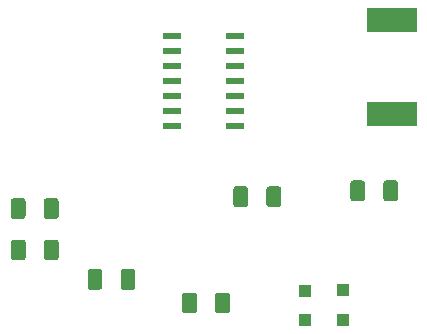
<source format=gbr>
G04 #@! TF.GenerationSoftware,KiCad,Pcbnew,(5.0.2)-1*
G04 #@! TF.CreationDate,2019-02-13T20:53:48-05:00*
G04 #@! TF.ProjectId,megadesk,6d656761-6465-4736-9b2e-6b696361645f,rev?*
G04 #@! TF.SameCoordinates,Original*
G04 #@! TF.FileFunction,Paste,Bot*
G04 #@! TF.FilePolarity,Positive*
%FSLAX46Y46*%
G04 Gerber Fmt 4.6, Leading zero omitted, Abs format (unit mm)*
G04 Created by KiCad (PCBNEW (5.0.2)-1) date 2/13/2019 8:53:48 PM*
%MOMM*%
%LPD*%
G01*
G04 APERTURE LIST*
%ADD10R,1.500000X0.600000*%
%ADD11R,1.000000X1.000000*%
%ADD12R,4.200000X2.000000*%
%ADD13C,0.100000*%
%ADD14C,1.250000*%
G04 APERTURE END LIST*
D10*
G04 #@! TO.C,U3*
X115800000Y-117600000D03*
X115800000Y-116330000D03*
X115800000Y-115060000D03*
X115800000Y-113790000D03*
X115800000Y-112520000D03*
X115800000Y-111250000D03*
X115800000Y-109980000D03*
X121200000Y-109980000D03*
X121200000Y-111250000D03*
X121200000Y-112520000D03*
X121200000Y-113790000D03*
X121200000Y-115060000D03*
X121200000Y-116330000D03*
X121200000Y-117600000D03*
G04 #@! TD*
D11*
G04 #@! TO.C,D2*
X130300000Y-134000000D03*
X130300000Y-131500000D03*
G04 #@! TD*
G04 #@! TO.C,D1*
X127100000Y-131550000D03*
X127100000Y-134050000D03*
G04 #@! TD*
D12*
G04 #@! TO.C,BZ1*
X134450000Y-108600000D03*
X134450000Y-116600000D03*
G04 #@! TD*
D13*
G04 #@! TO.C,C1*
G36*
X122049504Y-122726204D02*
X122073773Y-122729804D01*
X122097571Y-122735765D01*
X122120671Y-122744030D01*
X122142849Y-122754520D01*
X122163893Y-122767133D01*
X122183598Y-122781747D01*
X122201777Y-122798223D01*
X122218253Y-122816402D01*
X122232867Y-122836107D01*
X122245480Y-122857151D01*
X122255970Y-122879329D01*
X122264235Y-122902429D01*
X122270196Y-122926227D01*
X122273796Y-122950496D01*
X122275000Y-122975000D01*
X122275000Y-124225000D01*
X122273796Y-124249504D01*
X122270196Y-124273773D01*
X122264235Y-124297571D01*
X122255970Y-124320671D01*
X122245480Y-124342849D01*
X122232867Y-124363893D01*
X122218253Y-124383598D01*
X122201777Y-124401777D01*
X122183598Y-124418253D01*
X122163893Y-124432867D01*
X122142849Y-124445480D01*
X122120671Y-124455970D01*
X122097571Y-124464235D01*
X122073773Y-124470196D01*
X122049504Y-124473796D01*
X122025000Y-124475000D01*
X121275000Y-124475000D01*
X121250496Y-124473796D01*
X121226227Y-124470196D01*
X121202429Y-124464235D01*
X121179329Y-124455970D01*
X121157151Y-124445480D01*
X121136107Y-124432867D01*
X121116402Y-124418253D01*
X121098223Y-124401777D01*
X121081747Y-124383598D01*
X121067133Y-124363893D01*
X121054520Y-124342849D01*
X121044030Y-124320671D01*
X121035765Y-124297571D01*
X121029804Y-124273773D01*
X121026204Y-124249504D01*
X121025000Y-124225000D01*
X121025000Y-122975000D01*
X121026204Y-122950496D01*
X121029804Y-122926227D01*
X121035765Y-122902429D01*
X121044030Y-122879329D01*
X121054520Y-122857151D01*
X121067133Y-122836107D01*
X121081747Y-122816402D01*
X121098223Y-122798223D01*
X121116402Y-122781747D01*
X121136107Y-122767133D01*
X121157151Y-122754520D01*
X121179329Y-122744030D01*
X121202429Y-122735765D01*
X121226227Y-122729804D01*
X121250496Y-122726204D01*
X121275000Y-122725000D01*
X122025000Y-122725000D01*
X122049504Y-122726204D01*
X122049504Y-122726204D01*
G37*
D14*
X121650000Y-123600000D03*
D13*
G36*
X124849504Y-122726204D02*
X124873773Y-122729804D01*
X124897571Y-122735765D01*
X124920671Y-122744030D01*
X124942849Y-122754520D01*
X124963893Y-122767133D01*
X124983598Y-122781747D01*
X125001777Y-122798223D01*
X125018253Y-122816402D01*
X125032867Y-122836107D01*
X125045480Y-122857151D01*
X125055970Y-122879329D01*
X125064235Y-122902429D01*
X125070196Y-122926227D01*
X125073796Y-122950496D01*
X125075000Y-122975000D01*
X125075000Y-124225000D01*
X125073796Y-124249504D01*
X125070196Y-124273773D01*
X125064235Y-124297571D01*
X125055970Y-124320671D01*
X125045480Y-124342849D01*
X125032867Y-124363893D01*
X125018253Y-124383598D01*
X125001777Y-124401777D01*
X124983598Y-124418253D01*
X124963893Y-124432867D01*
X124942849Y-124445480D01*
X124920671Y-124455970D01*
X124897571Y-124464235D01*
X124873773Y-124470196D01*
X124849504Y-124473796D01*
X124825000Y-124475000D01*
X124075000Y-124475000D01*
X124050496Y-124473796D01*
X124026227Y-124470196D01*
X124002429Y-124464235D01*
X123979329Y-124455970D01*
X123957151Y-124445480D01*
X123936107Y-124432867D01*
X123916402Y-124418253D01*
X123898223Y-124401777D01*
X123881747Y-124383598D01*
X123867133Y-124363893D01*
X123854520Y-124342849D01*
X123844030Y-124320671D01*
X123835765Y-124297571D01*
X123829804Y-124273773D01*
X123826204Y-124249504D01*
X123825000Y-124225000D01*
X123825000Y-122975000D01*
X123826204Y-122950496D01*
X123829804Y-122926227D01*
X123835765Y-122902429D01*
X123844030Y-122879329D01*
X123854520Y-122857151D01*
X123867133Y-122836107D01*
X123881747Y-122816402D01*
X123898223Y-122798223D01*
X123916402Y-122781747D01*
X123936107Y-122767133D01*
X123957151Y-122754520D01*
X123979329Y-122744030D01*
X124002429Y-122735765D01*
X124026227Y-122729804D01*
X124050496Y-122726204D01*
X124075000Y-122725000D01*
X124825000Y-122725000D01*
X124849504Y-122726204D01*
X124849504Y-122726204D01*
G37*
D14*
X124450000Y-123600000D03*
G04 #@! TD*
D13*
G04 #@! TO.C,C6*
G36*
X117699504Y-131726204D02*
X117723773Y-131729804D01*
X117747571Y-131735765D01*
X117770671Y-131744030D01*
X117792849Y-131754520D01*
X117813893Y-131767133D01*
X117833598Y-131781747D01*
X117851777Y-131798223D01*
X117868253Y-131816402D01*
X117882867Y-131836107D01*
X117895480Y-131857151D01*
X117905970Y-131879329D01*
X117914235Y-131902429D01*
X117920196Y-131926227D01*
X117923796Y-131950496D01*
X117925000Y-131975000D01*
X117925000Y-133225000D01*
X117923796Y-133249504D01*
X117920196Y-133273773D01*
X117914235Y-133297571D01*
X117905970Y-133320671D01*
X117895480Y-133342849D01*
X117882867Y-133363893D01*
X117868253Y-133383598D01*
X117851777Y-133401777D01*
X117833598Y-133418253D01*
X117813893Y-133432867D01*
X117792849Y-133445480D01*
X117770671Y-133455970D01*
X117747571Y-133464235D01*
X117723773Y-133470196D01*
X117699504Y-133473796D01*
X117675000Y-133475000D01*
X116925000Y-133475000D01*
X116900496Y-133473796D01*
X116876227Y-133470196D01*
X116852429Y-133464235D01*
X116829329Y-133455970D01*
X116807151Y-133445480D01*
X116786107Y-133432867D01*
X116766402Y-133418253D01*
X116748223Y-133401777D01*
X116731747Y-133383598D01*
X116717133Y-133363893D01*
X116704520Y-133342849D01*
X116694030Y-133320671D01*
X116685765Y-133297571D01*
X116679804Y-133273773D01*
X116676204Y-133249504D01*
X116675000Y-133225000D01*
X116675000Y-131975000D01*
X116676204Y-131950496D01*
X116679804Y-131926227D01*
X116685765Y-131902429D01*
X116694030Y-131879329D01*
X116704520Y-131857151D01*
X116717133Y-131836107D01*
X116731747Y-131816402D01*
X116748223Y-131798223D01*
X116766402Y-131781747D01*
X116786107Y-131767133D01*
X116807151Y-131754520D01*
X116829329Y-131744030D01*
X116852429Y-131735765D01*
X116876227Y-131729804D01*
X116900496Y-131726204D01*
X116925000Y-131725000D01*
X117675000Y-131725000D01*
X117699504Y-131726204D01*
X117699504Y-131726204D01*
G37*
D14*
X117300000Y-132600000D03*
D13*
G36*
X120499504Y-131726204D02*
X120523773Y-131729804D01*
X120547571Y-131735765D01*
X120570671Y-131744030D01*
X120592849Y-131754520D01*
X120613893Y-131767133D01*
X120633598Y-131781747D01*
X120651777Y-131798223D01*
X120668253Y-131816402D01*
X120682867Y-131836107D01*
X120695480Y-131857151D01*
X120705970Y-131879329D01*
X120714235Y-131902429D01*
X120720196Y-131926227D01*
X120723796Y-131950496D01*
X120725000Y-131975000D01*
X120725000Y-133225000D01*
X120723796Y-133249504D01*
X120720196Y-133273773D01*
X120714235Y-133297571D01*
X120705970Y-133320671D01*
X120695480Y-133342849D01*
X120682867Y-133363893D01*
X120668253Y-133383598D01*
X120651777Y-133401777D01*
X120633598Y-133418253D01*
X120613893Y-133432867D01*
X120592849Y-133445480D01*
X120570671Y-133455970D01*
X120547571Y-133464235D01*
X120523773Y-133470196D01*
X120499504Y-133473796D01*
X120475000Y-133475000D01*
X119725000Y-133475000D01*
X119700496Y-133473796D01*
X119676227Y-133470196D01*
X119652429Y-133464235D01*
X119629329Y-133455970D01*
X119607151Y-133445480D01*
X119586107Y-133432867D01*
X119566402Y-133418253D01*
X119548223Y-133401777D01*
X119531747Y-133383598D01*
X119517133Y-133363893D01*
X119504520Y-133342849D01*
X119494030Y-133320671D01*
X119485765Y-133297571D01*
X119479804Y-133273773D01*
X119476204Y-133249504D01*
X119475000Y-133225000D01*
X119475000Y-131975000D01*
X119476204Y-131950496D01*
X119479804Y-131926227D01*
X119485765Y-131902429D01*
X119494030Y-131879329D01*
X119504520Y-131857151D01*
X119517133Y-131836107D01*
X119531747Y-131816402D01*
X119548223Y-131798223D01*
X119566402Y-131781747D01*
X119586107Y-131767133D01*
X119607151Y-131754520D01*
X119629329Y-131744030D01*
X119652429Y-131735765D01*
X119676227Y-131729804D01*
X119700496Y-131726204D01*
X119725000Y-131725000D01*
X120475000Y-131725000D01*
X120499504Y-131726204D01*
X120499504Y-131726204D01*
G37*
D14*
X120100000Y-132600000D03*
G04 #@! TD*
D13*
G04 #@! TO.C,R1*
G36*
X134749504Y-122226204D02*
X134773773Y-122229804D01*
X134797571Y-122235765D01*
X134820671Y-122244030D01*
X134842849Y-122254520D01*
X134863893Y-122267133D01*
X134883598Y-122281747D01*
X134901777Y-122298223D01*
X134918253Y-122316402D01*
X134932867Y-122336107D01*
X134945480Y-122357151D01*
X134955970Y-122379329D01*
X134964235Y-122402429D01*
X134970196Y-122426227D01*
X134973796Y-122450496D01*
X134975000Y-122475000D01*
X134975000Y-123725000D01*
X134973796Y-123749504D01*
X134970196Y-123773773D01*
X134964235Y-123797571D01*
X134955970Y-123820671D01*
X134945480Y-123842849D01*
X134932867Y-123863893D01*
X134918253Y-123883598D01*
X134901777Y-123901777D01*
X134883598Y-123918253D01*
X134863893Y-123932867D01*
X134842849Y-123945480D01*
X134820671Y-123955970D01*
X134797571Y-123964235D01*
X134773773Y-123970196D01*
X134749504Y-123973796D01*
X134725000Y-123975000D01*
X133975000Y-123975000D01*
X133950496Y-123973796D01*
X133926227Y-123970196D01*
X133902429Y-123964235D01*
X133879329Y-123955970D01*
X133857151Y-123945480D01*
X133836107Y-123932867D01*
X133816402Y-123918253D01*
X133798223Y-123901777D01*
X133781747Y-123883598D01*
X133767133Y-123863893D01*
X133754520Y-123842849D01*
X133744030Y-123820671D01*
X133735765Y-123797571D01*
X133729804Y-123773773D01*
X133726204Y-123749504D01*
X133725000Y-123725000D01*
X133725000Y-122475000D01*
X133726204Y-122450496D01*
X133729804Y-122426227D01*
X133735765Y-122402429D01*
X133744030Y-122379329D01*
X133754520Y-122357151D01*
X133767133Y-122336107D01*
X133781747Y-122316402D01*
X133798223Y-122298223D01*
X133816402Y-122281747D01*
X133836107Y-122267133D01*
X133857151Y-122254520D01*
X133879329Y-122244030D01*
X133902429Y-122235765D01*
X133926227Y-122229804D01*
X133950496Y-122226204D01*
X133975000Y-122225000D01*
X134725000Y-122225000D01*
X134749504Y-122226204D01*
X134749504Y-122226204D01*
G37*
D14*
X134350000Y-123100000D03*
D13*
G36*
X131949504Y-122226204D02*
X131973773Y-122229804D01*
X131997571Y-122235765D01*
X132020671Y-122244030D01*
X132042849Y-122254520D01*
X132063893Y-122267133D01*
X132083598Y-122281747D01*
X132101777Y-122298223D01*
X132118253Y-122316402D01*
X132132867Y-122336107D01*
X132145480Y-122357151D01*
X132155970Y-122379329D01*
X132164235Y-122402429D01*
X132170196Y-122426227D01*
X132173796Y-122450496D01*
X132175000Y-122475000D01*
X132175000Y-123725000D01*
X132173796Y-123749504D01*
X132170196Y-123773773D01*
X132164235Y-123797571D01*
X132155970Y-123820671D01*
X132145480Y-123842849D01*
X132132867Y-123863893D01*
X132118253Y-123883598D01*
X132101777Y-123901777D01*
X132083598Y-123918253D01*
X132063893Y-123932867D01*
X132042849Y-123945480D01*
X132020671Y-123955970D01*
X131997571Y-123964235D01*
X131973773Y-123970196D01*
X131949504Y-123973796D01*
X131925000Y-123975000D01*
X131175000Y-123975000D01*
X131150496Y-123973796D01*
X131126227Y-123970196D01*
X131102429Y-123964235D01*
X131079329Y-123955970D01*
X131057151Y-123945480D01*
X131036107Y-123932867D01*
X131016402Y-123918253D01*
X130998223Y-123901777D01*
X130981747Y-123883598D01*
X130967133Y-123863893D01*
X130954520Y-123842849D01*
X130944030Y-123820671D01*
X130935765Y-123797571D01*
X130929804Y-123773773D01*
X130926204Y-123749504D01*
X130925000Y-123725000D01*
X130925000Y-122475000D01*
X130926204Y-122450496D01*
X130929804Y-122426227D01*
X130935765Y-122402429D01*
X130944030Y-122379329D01*
X130954520Y-122357151D01*
X130967133Y-122336107D01*
X130981747Y-122316402D01*
X130998223Y-122298223D01*
X131016402Y-122281747D01*
X131036107Y-122267133D01*
X131057151Y-122254520D01*
X131079329Y-122244030D01*
X131102429Y-122235765D01*
X131126227Y-122229804D01*
X131150496Y-122226204D01*
X131175000Y-122225000D01*
X131925000Y-122225000D01*
X131949504Y-122226204D01*
X131949504Y-122226204D01*
G37*
D14*
X131550000Y-123100000D03*
G04 #@! TD*
D13*
G04 #@! TO.C,R3*
G36*
X103199504Y-123726204D02*
X103223773Y-123729804D01*
X103247571Y-123735765D01*
X103270671Y-123744030D01*
X103292849Y-123754520D01*
X103313893Y-123767133D01*
X103333598Y-123781747D01*
X103351777Y-123798223D01*
X103368253Y-123816402D01*
X103382867Y-123836107D01*
X103395480Y-123857151D01*
X103405970Y-123879329D01*
X103414235Y-123902429D01*
X103420196Y-123926227D01*
X103423796Y-123950496D01*
X103425000Y-123975000D01*
X103425000Y-125225000D01*
X103423796Y-125249504D01*
X103420196Y-125273773D01*
X103414235Y-125297571D01*
X103405970Y-125320671D01*
X103395480Y-125342849D01*
X103382867Y-125363893D01*
X103368253Y-125383598D01*
X103351777Y-125401777D01*
X103333598Y-125418253D01*
X103313893Y-125432867D01*
X103292849Y-125445480D01*
X103270671Y-125455970D01*
X103247571Y-125464235D01*
X103223773Y-125470196D01*
X103199504Y-125473796D01*
X103175000Y-125475000D01*
X102425000Y-125475000D01*
X102400496Y-125473796D01*
X102376227Y-125470196D01*
X102352429Y-125464235D01*
X102329329Y-125455970D01*
X102307151Y-125445480D01*
X102286107Y-125432867D01*
X102266402Y-125418253D01*
X102248223Y-125401777D01*
X102231747Y-125383598D01*
X102217133Y-125363893D01*
X102204520Y-125342849D01*
X102194030Y-125320671D01*
X102185765Y-125297571D01*
X102179804Y-125273773D01*
X102176204Y-125249504D01*
X102175000Y-125225000D01*
X102175000Y-123975000D01*
X102176204Y-123950496D01*
X102179804Y-123926227D01*
X102185765Y-123902429D01*
X102194030Y-123879329D01*
X102204520Y-123857151D01*
X102217133Y-123836107D01*
X102231747Y-123816402D01*
X102248223Y-123798223D01*
X102266402Y-123781747D01*
X102286107Y-123767133D01*
X102307151Y-123754520D01*
X102329329Y-123744030D01*
X102352429Y-123735765D01*
X102376227Y-123729804D01*
X102400496Y-123726204D01*
X102425000Y-123725000D01*
X103175000Y-123725000D01*
X103199504Y-123726204D01*
X103199504Y-123726204D01*
G37*
D14*
X102800000Y-124600000D03*
D13*
G36*
X105999504Y-123726204D02*
X106023773Y-123729804D01*
X106047571Y-123735765D01*
X106070671Y-123744030D01*
X106092849Y-123754520D01*
X106113893Y-123767133D01*
X106133598Y-123781747D01*
X106151777Y-123798223D01*
X106168253Y-123816402D01*
X106182867Y-123836107D01*
X106195480Y-123857151D01*
X106205970Y-123879329D01*
X106214235Y-123902429D01*
X106220196Y-123926227D01*
X106223796Y-123950496D01*
X106225000Y-123975000D01*
X106225000Y-125225000D01*
X106223796Y-125249504D01*
X106220196Y-125273773D01*
X106214235Y-125297571D01*
X106205970Y-125320671D01*
X106195480Y-125342849D01*
X106182867Y-125363893D01*
X106168253Y-125383598D01*
X106151777Y-125401777D01*
X106133598Y-125418253D01*
X106113893Y-125432867D01*
X106092849Y-125445480D01*
X106070671Y-125455970D01*
X106047571Y-125464235D01*
X106023773Y-125470196D01*
X105999504Y-125473796D01*
X105975000Y-125475000D01*
X105225000Y-125475000D01*
X105200496Y-125473796D01*
X105176227Y-125470196D01*
X105152429Y-125464235D01*
X105129329Y-125455970D01*
X105107151Y-125445480D01*
X105086107Y-125432867D01*
X105066402Y-125418253D01*
X105048223Y-125401777D01*
X105031747Y-125383598D01*
X105017133Y-125363893D01*
X105004520Y-125342849D01*
X104994030Y-125320671D01*
X104985765Y-125297571D01*
X104979804Y-125273773D01*
X104976204Y-125249504D01*
X104975000Y-125225000D01*
X104975000Y-123975000D01*
X104976204Y-123950496D01*
X104979804Y-123926227D01*
X104985765Y-123902429D01*
X104994030Y-123879329D01*
X105004520Y-123857151D01*
X105017133Y-123836107D01*
X105031747Y-123816402D01*
X105048223Y-123798223D01*
X105066402Y-123781747D01*
X105086107Y-123767133D01*
X105107151Y-123754520D01*
X105129329Y-123744030D01*
X105152429Y-123735765D01*
X105176227Y-123729804D01*
X105200496Y-123726204D01*
X105225000Y-123725000D01*
X105975000Y-123725000D01*
X105999504Y-123726204D01*
X105999504Y-123726204D01*
G37*
D14*
X105600000Y-124600000D03*
G04 #@! TD*
D13*
G04 #@! TO.C,R4*
G36*
X103199504Y-127226204D02*
X103223773Y-127229804D01*
X103247571Y-127235765D01*
X103270671Y-127244030D01*
X103292849Y-127254520D01*
X103313893Y-127267133D01*
X103333598Y-127281747D01*
X103351777Y-127298223D01*
X103368253Y-127316402D01*
X103382867Y-127336107D01*
X103395480Y-127357151D01*
X103405970Y-127379329D01*
X103414235Y-127402429D01*
X103420196Y-127426227D01*
X103423796Y-127450496D01*
X103425000Y-127475000D01*
X103425000Y-128725000D01*
X103423796Y-128749504D01*
X103420196Y-128773773D01*
X103414235Y-128797571D01*
X103405970Y-128820671D01*
X103395480Y-128842849D01*
X103382867Y-128863893D01*
X103368253Y-128883598D01*
X103351777Y-128901777D01*
X103333598Y-128918253D01*
X103313893Y-128932867D01*
X103292849Y-128945480D01*
X103270671Y-128955970D01*
X103247571Y-128964235D01*
X103223773Y-128970196D01*
X103199504Y-128973796D01*
X103175000Y-128975000D01*
X102425000Y-128975000D01*
X102400496Y-128973796D01*
X102376227Y-128970196D01*
X102352429Y-128964235D01*
X102329329Y-128955970D01*
X102307151Y-128945480D01*
X102286107Y-128932867D01*
X102266402Y-128918253D01*
X102248223Y-128901777D01*
X102231747Y-128883598D01*
X102217133Y-128863893D01*
X102204520Y-128842849D01*
X102194030Y-128820671D01*
X102185765Y-128797571D01*
X102179804Y-128773773D01*
X102176204Y-128749504D01*
X102175000Y-128725000D01*
X102175000Y-127475000D01*
X102176204Y-127450496D01*
X102179804Y-127426227D01*
X102185765Y-127402429D01*
X102194030Y-127379329D01*
X102204520Y-127357151D01*
X102217133Y-127336107D01*
X102231747Y-127316402D01*
X102248223Y-127298223D01*
X102266402Y-127281747D01*
X102286107Y-127267133D01*
X102307151Y-127254520D01*
X102329329Y-127244030D01*
X102352429Y-127235765D01*
X102376227Y-127229804D01*
X102400496Y-127226204D01*
X102425000Y-127225000D01*
X103175000Y-127225000D01*
X103199504Y-127226204D01*
X103199504Y-127226204D01*
G37*
D14*
X102800000Y-128100000D03*
D13*
G36*
X105999504Y-127226204D02*
X106023773Y-127229804D01*
X106047571Y-127235765D01*
X106070671Y-127244030D01*
X106092849Y-127254520D01*
X106113893Y-127267133D01*
X106133598Y-127281747D01*
X106151777Y-127298223D01*
X106168253Y-127316402D01*
X106182867Y-127336107D01*
X106195480Y-127357151D01*
X106205970Y-127379329D01*
X106214235Y-127402429D01*
X106220196Y-127426227D01*
X106223796Y-127450496D01*
X106225000Y-127475000D01*
X106225000Y-128725000D01*
X106223796Y-128749504D01*
X106220196Y-128773773D01*
X106214235Y-128797571D01*
X106205970Y-128820671D01*
X106195480Y-128842849D01*
X106182867Y-128863893D01*
X106168253Y-128883598D01*
X106151777Y-128901777D01*
X106133598Y-128918253D01*
X106113893Y-128932867D01*
X106092849Y-128945480D01*
X106070671Y-128955970D01*
X106047571Y-128964235D01*
X106023773Y-128970196D01*
X105999504Y-128973796D01*
X105975000Y-128975000D01*
X105225000Y-128975000D01*
X105200496Y-128973796D01*
X105176227Y-128970196D01*
X105152429Y-128964235D01*
X105129329Y-128955970D01*
X105107151Y-128945480D01*
X105086107Y-128932867D01*
X105066402Y-128918253D01*
X105048223Y-128901777D01*
X105031747Y-128883598D01*
X105017133Y-128863893D01*
X105004520Y-128842849D01*
X104994030Y-128820671D01*
X104985765Y-128797571D01*
X104979804Y-128773773D01*
X104976204Y-128749504D01*
X104975000Y-128725000D01*
X104975000Y-127475000D01*
X104976204Y-127450496D01*
X104979804Y-127426227D01*
X104985765Y-127402429D01*
X104994030Y-127379329D01*
X105004520Y-127357151D01*
X105017133Y-127336107D01*
X105031747Y-127316402D01*
X105048223Y-127298223D01*
X105066402Y-127281747D01*
X105086107Y-127267133D01*
X105107151Y-127254520D01*
X105129329Y-127244030D01*
X105152429Y-127235765D01*
X105176227Y-127229804D01*
X105200496Y-127226204D01*
X105225000Y-127225000D01*
X105975000Y-127225000D01*
X105999504Y-127226204D01*
X105999504Y-127226204D01*
G37*
D14*
X105600000Y-128100000D03*
G04 #@! TD*
D13*
G04 #@! TO.C,R6*
G36*
X112499504Y-129726204D02*
X112523773Y-129729804D01*
X112547571Y-129735765D01*
X112570671Y-129744030D01*
X112592849Y-129754520D01*
X112613893Y-129767133D01*
X112633598Y-129781747D01*
X112651777Y-129798223D01*
X112668253Y-129816402D01*
X112682867Y-129836107D01*
X112695480Y-129857151D01*
X112705970Y-129879329D01*
X112714235Y-129902429D01*
X112720196Y-129926227D01*
X112723796Y-129950496D01*
X112725000Y-129975000D01*
X112725000Y-131225000D01*
X112723796Y-131249504D01*
X112720196Y-131273773D01*
X112714235Y-131297571D01*
X112705970Y-131320671D01*
X112695480Y-131342849D01*
X112682867Y-131363893D01*
X112668253Y-131383598D01*
X112651777Y-131401777D01*
X112633598Y-131418253D01*
X112613893Y-131432867D01*
X112592849Y-131445480D01*
X112570671Y-131455970D01*
X112547571Y-131464235D01*
X112523773Y-131470196D01*
X112499504Y-131473796D01*
X112475000Y-131475000D01*
X111725000Y-131475000D01*
X111700496Y-131473796D01*
X111676227Y-131470196D01*
X111652429Y-131464235D01*
X111629329Y-131455970D01*
X111607151Y-131445480D01*
X111586107Y-131432867D01*
X111566402Y-131418253D01*
X111548223Y-131401777D01*
X111531747Y-131383598D01*
X111517133Y-131363893D01*
X111504520Y-131342849D01*
X111494030Y-131320671D01*
X111485765Y-131297571D01*
X111479804Y-131273773D01*
X111476204Y-131249504D01*
X111475000Y-131225000D01*
X111475000Y-129975000D01*
X111476204Y-129950496D01*
X111479804Y-129926227D01*
X111485765Y-129902429D01*
X111494030Y-129879329D01*
X111504520Y-129857151D01*
X111517133Y-129836107D01*
X111531747Y-129816402D01*
X111548223Y-129798223D01*
X111566402Y-129781747D01*
X111586107Y-129767133D01*
X111607151Y-129754520D01*
X111629329Y-129744030D01*
X111652429Y-129735765D01*
X111676227Y-129729804D01*
X111700496Y-129726204D01*
X111725000Y-129725000D01*
X112475000Y-129725000D01*
X112499504Y-129726204D01*
X112499504Y-129726204D01*
G37*
D14*
X112100000Y-130600000D03*
D13*
G36*
X109699504Y-129726204D02*
X109723773Y-129729804D01*
X109747571Y-129735765D01*
X109770671Y-129744030D01*
X109792849Y-129754520D01*
X109813893Y-129767133D01*
X109833598Y-129781747D01*
X109851777Y-129798223D01*
X109868253Y-129816402D01*
X109882867Y-129836107D01*
X109895480Y-129857151D01*
X109905970Y-129879329D01*
X109914235Y-129902429D01*
X109920196Y-129926227D01*
X109923796Y-129950496D01*
X109925000Y-129975000D01*
X109925000Y-131225000D01*
X109923796Y-131249504D01*
X109920196Y-131273773D01*
X109914235Y-131297571D01*
X109905970Y-131320671D01*
X109895480Y-131342849D01*
X109882867Y-131363893D01*
X109868253Y-131383598D01*
X109851777Y-131401777D01*
X109833598Y-131418253D01*
X109813893Y-131432867D01*
X109792849Y-131445480D01*
X109770671Y-131455970D01*
X109747571Y-131464235D01*
X109723773Y-131470196D01*
X109699504Y-131473796D01*
X109675000Y-131475000D01*
X108925000Y-131475000D01*
X108900496Y-131473796D01*
X108876227Y-131470196D01*
X108852429Y-131464235D01*
X108829329Y-131455970D01*
X108807151Y-131445480D01*
X108786107Y-131432867D01*
X108766402Y-131418253D01*
X108748223Y-131401777D01*
X108731747Y-131383598D01*
X108717133Y-131363893D01*
X108704520Y-131342849D01*
X108694030Y-131320671D01*
X108685765Y-131297571D01*
X108679804Y-131273773D01*
X108676204Y-131249504D01*
X108675000Y-131225000D01*
X108675000Y-129975000D01*
X108676204Y-129950496D01*
X108679804Y-129926227D01*
X108685765Y-129902429D01*
X108694030Y-129879329D01*
X108704520Y-129857151D01*
X108717133Y-129836107D01*
X108731747Y-129816402D01*
X108748223Y-129798223D01*
X108766402Y-129781747D01*
X108786107Y-129767133D01*
X108807151Y-129754520D01*
X108829329Y-129744030D01*
X108852429Y-129735765D01*
X108876227Y-129729804D01*
X108900496Y-129726204D01*
X108925000Y-129725000D01*
X109675000Y-129725000D01*
X109699504Y-129726204D01*
X109699504Y-129726204D01*
G37*
D14*
X109300000Y-130600000D03*
G04 #@! TD*
M02*

</source>
